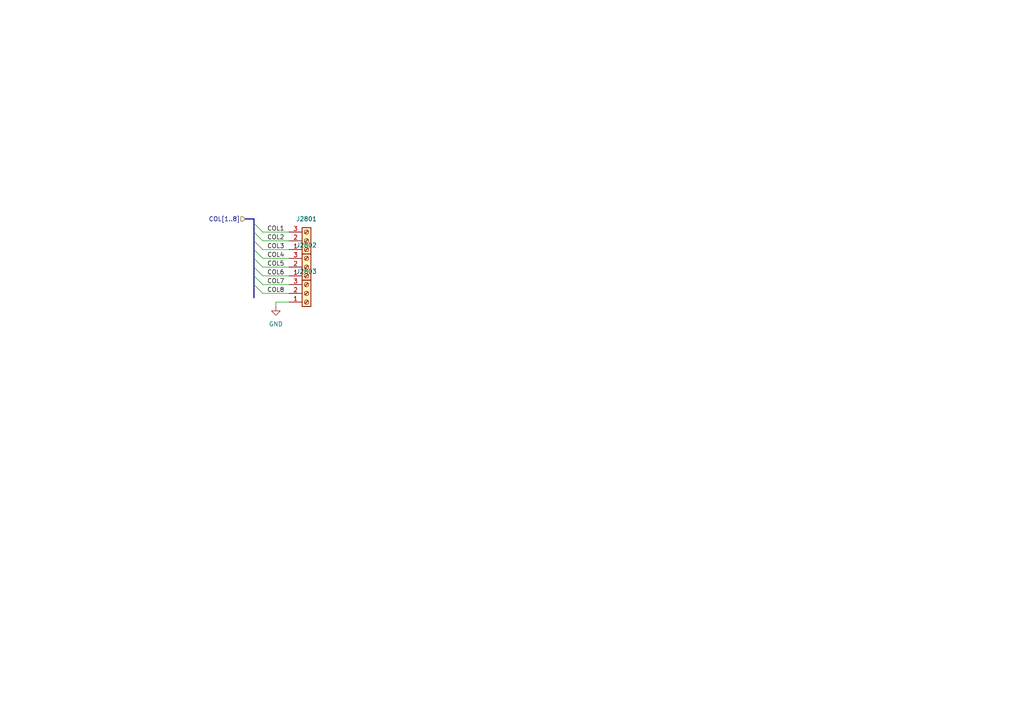
<source format=kicad_sch>
(kicad_sch (version 20231120) (generator "eeschema") (generator_version "8.0")
  (paper "A4")
  (lib_symbols
    (symbol "Connector:Screw_Terminal_01x03" (pin_names (offset 1.016) hide)
      (property "Reference" "J" (at 0 5.08 0))
      (property "Value" "Screw_Terminal_01x03" (at 0 -5.08 0))
      (symbol "Screw_Terminal_01x03_1_1"
        (rectangle (start -1.27 3.81) (end 1.27 -3.81) (stroke (width 0.254)) (fill (type background)))
        (circle (center 0 -2.54) (radius 0.635) (stroke (width 0.1524)))
        (polyline (pts (xy -0.5334 -2.2098) (xy 0.3302 -3.048)) (stroke (width 0.1524)))
        (polyline (pts (xy -0.5334 0.3302) (xy 0.3302 -0.508)) (stroke (width 0.1524)))
        (polyline (pts (xy -0.5334 2.8702) (xy 0.3302 2.032)) (stroke (width 0.1524)))
        (polyline (pts (xy -0.3556 -2.032) (xy 0.508 -2.8702)) (stroke (width 0.1524)))
        (polyline (pts (xy -0.3556 0.508) (xy 0.508 -0.3302)) (stroke (width 0.1524)))
        (polyline (pts (xy -0.3556 3.048) (xy 0.508 2.2098)) (stroke (width 0.1524)))
        (circle (center 0 0) (radius 0.635) (stroke (width 0.1524)))
        (circle (center 0 2.54) (radius 0.635) (stroke (width 0.1524)))
        (pin passive line (at -5.08 2.54 0) (length 3.81) (name "Pin_1") (number "1"))
        (pin passive line (at -5.08 0 0) (length 3.81) (name "Pin_2") (number "2"))
        (pin passive line (at -5.08 -2.54 0) (length 3.81) (name "Pin_3") (number "3"))
      )
    )
    (symbol "power:GND" (power) (pin_numbers hide) (pin_names (offset 0) hide)
      (property "Value" "GND" (at 0 -3.81 0))
      (symbol "GND_0_1"
        (polyline (pts (xy 0 0) (xy 0 -1.27) (xy 1.27 -1.27) (xy 0 -2.54) (xy -1.27 -1.27) (xy 0 -1.27)))
      )
      (symbol "GND_1_1"
        (pin power_in line (at 0 0 270) (length 0) (name "~") (number "1"))
      )
    )
  )
  (bus_entry (at 73.66 69.85) (size 2.54 2.54))
  (bus_entry (at 73.66 67.31) (size 2.54 2.54))
  (bus_entry (at 73.66 64.77) (size 2.54 2.54))
  (bus_entry (at 73.66 74.93) (size 2.54 2.54))
  (bus_entry (at 73.66 80.01) (size 2.54 2.54))
  (bus_entry (at 73.66 72.39) (size 2.54 2.54))
  (bus_entry (at 73.66 82.55) (size 2.54 2.54))
  (bus_entry (at 73.66 77.47) (size 2.54 2.54))
  (bus (pts (xy 73.66 64.77) (xy 73.66 63.5)))
  (bus (pts (xy 73.66 82.55) (xy 73.66 80.01)))
  (bus (pts (xy 73.66 74.93) (xy 73.66 72.39)))
  (wire (pts (xy 76.2 82.55) (xy 83.82 82.55)))
  (bus (pts (xy 73.66 82.55) (xy 73.66 86.36)))
  (bus (pts (xy 73.66 80.01) (xy 73.66 77.47)))
  (bus (pts (xy 73.66 77.47) (xy 73.66 74.93)))
  (bus (pts (xy 73.66 67.31) (xy 73.66 64.77)))
  (wire (pts (xy 80.01 87.63) (xy 83.82 87.63)))
  (bus (pts (xy 73.66 63.5) (xy 71.12 63.5)))
  (wire (pts (xy 83.82 77.47) (xy 76.2 77.47)))
  (wire (pts (xy 83.82 85.09) (xy 76.2 85.09)))
  (wire (pts (xy 83.82 69.85) (xy 76.2 69.85)))
  (wire (pts (xy 83.82 72.39) (xy 76.2 72.39)))
  (bus (pts (xy 73.66 69.85) (xy 73.66 67.31)))
  (wire (pts (xy 80.01 87.63) (xy 80.01 88.9)))
  (wire (pts (xy 83.82 80.01) (xy 76.2 80.01)))
  (bus (pts (xy 73.66 72.39) (xy 73.66 69.85)))
  (wire (pts (xy 83.82 74.93) (xy 76.2 74.93)))
  (wire (pts (xy 83.82 67.31) (xy 76.2 67.31)))
  (label "COL1" (at 77.47 67.31 0))
  (label "COL6" (at 77.47 80.01 0))
  (label "COL8" (at 77.47 85.09 0))
  (label "COL2" (at 77.47 69.85 0))
  (label "COL3" (at 77.47 72.39 0))
  (label "COL5" (at 77.47 77.47 0))
  (label "COL7" (at 77.47 82.55 0))
  (label "COL4" (at 77.47 74.93 0))
  (hierarchical_label "COL[1..8]" (shape input) (at 71.12 63.5 180))
  (symbol (lib_id "Connector:Screw_Terminal_01x03") (at 88.9 69.85 0) (mirror x) (unit 1)
    (property "Reference" "J2801" (at 88.9 63.5 0))
    (property "Value" "Screw_Terminal_01x03" (effects (hide yes)))
    (property "Footprint" "Connector_Phoenix_MC:PhoenixContact_MC_1,5_3-G-3.5_1x03_P3.50mm_Horizontal" (effects (hide yes)))
    (property "Description" "Generic screw terminal, single row, 01x03, script generated (kicad-library-utils/schlib/autogen/connector/)" (effects (hide yes)))
  )
  (symbol (lib_id "Connector:Screw_Terminal_01x03") (at 88.9 77.47 0) (mirror x) (unit 1)
    (property "Reference" "J2802" (at 88.9 71.12 0))
    (property "Value" "Screw_Terminal_01x03" (effects (hide yes)))
    (property "Footprint" "Connector_Phoenix_MC:PhoenixContact_MC_1,5_3-G-3.5_1x03_P3.50mm_Horizontal" (effects (hide yes)))
    (property "Description" "Generic screw terminal, single row, 01x03, script generated (kicad-library-utils/schlib/autogen/connector/)" (effects (hide yes)))
  )
  (symbol (lib_id "power:GND") (at 80.01 88.9 0) (unit 1)
    (property "Reference" "#PWR02801" (effects (hide yes)))
    (property "Value" "GND" (at 80.01 93.98 0))
    (property "Description" "Power symbol creates a global label with name \"GND\" , ground" (effects (hide yes)))
  )
  (symbol (lib_id "Connector:Screw_Terminal_01x03") (at 88.9 85.09 0) (mirror x) (unit 1)
    (property "Reference" "J2803" (at 88.9 78.74 0))
    (property "Value" "Screw_Terminal_01x03" (effects (hide yes)))
    (property "Footprint" "Connector_Phoenix_MC:PhoenixContact_MC_1,5_3-G-3.5_1x03_P3.50mm_Horizontal" (effects (hide yes)))
    (property "Description" "Generic screw terminal, single row, 01x03, script generated (kicad-library-utils/schlib/autogen/connector/)" (effects (hide yes)))
  )
)
</source>
